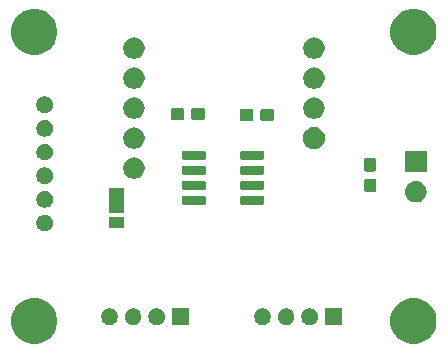
<source format=gbs>
G04 #@! TF.GenerationSoftware,KiCad,Pcbnew,(5.1.2)-1*
G04 #@! TF.CreationDate,2020-12-30T14:45:37+09:00*
G04 #@! TF.ProjectId,M5Atom_CAN,4d354174-6f6d-45f4-9341-4e2e6b696361,rev?*
G04 #@! TF.SameCoordinates,Original*
G04 #@! TF.FileFunction,Soldermask,Bot*
G04 #@! TF.FilePolarity,Negative*
%FSLAX46Y46*%
G04 Gerber Fmt 4.6, Leading zero omitted, Abs format (unit mm)*
G04 Created by KiCad (PCBNEW (5.1.2)-1) date 2020-12-30 14:45:37*
%MOMM*%
%LPD*%
G04 APERTURE LIST*
%ADD10C,0.100000*%
G04 APERTURE END LIST*
D10*
G36*
X166733085Y-134823975D02*
G01*
X167088143Y-134971045D01*
X167088145Y-134971046D01*
X167407690Y-135184559D01*
X167679441Y-135456310D01*
X167815501Y-135659939D01*
X167892955Y-135775857D01*
X168040025Y-136130915D01*
X168115000Y-136507842D01*
X168115000Y-136892158D01*
X168040025Y-137269085D01*
X167892955Y-137624143D01*
X167892954Y-137624145D01*
X167679441Y-137943690D01*
X167407690Y-138215441D01*
X167088145Y-138428954D01*
X167088144Y-138428955D01*
X167088143Y-138428955D01*
X166733085Y-138576025D01*
X166356158Y-138651000D01*
X165971842Y-138651000D01*
X165594915Y-138576025D01*
X165239857Y-138428955D01*
X165239856Y-138428955D01*
X165239855Y-138428954D01*
X164920310Y-138215441D01*
X164648559Y-137943690D01*
X164435046Y-137624145D01*
X164435045Y-137624143D01*
X164287975Y-137269085D01*
X164213000Y-136892158D01*
X164213000Y-136507842D01*
X164287975Y-136130915D01*
X164435045Y-135775857D01*
X164512499Y-135659939D01*
X164648559Y-135456310D01*
X164920310Y-135184559D01*
X165239855Y-134971046D01*
X165239857Y-134971045D01*
X165594915Y-134823975D01*
X165971842Y-134749000D01*
X166356158Y-134749000D01*
X166733085Y-134823975D01*
X166733085Y-134823975D01*
G37*
G36*
X134633085Y-134823975D02*
G01*
X134988143Y-134971045D01*
X134988145Y-134971046D01*
X135307690Y-135184559D01*
X135579441Y-135456310D01*
X135715501Y-135659939D01*
X135792955Y-135775857D01*
X135940025Y-136130915D01*
X136015000Y-136507842D01*
X136015000Y-136892158D01*
X135940025Y-137269085D01*
X135792955Y-137624143D01*
X135792954Y-137624145D01*
X135579441Y-137943690D01*
X135307690Y-138215441D01*
X134988145Y-138428954D01*
X134988144Y-138428955D01*
X134988143Y-138428955D01*
X134633085Y-138576025D01*
X134256158Y-138651000D01*
X133871842Y-138651000D01*
X133494915Y-138576025D01*
X133139857Y-138428955D01*
X133139856Y-138428955D01*
X133139855Y-138428954D01*
X132820310Y-138215441D01*
X132548559Y-137943690D01*
X132335046Y-137624145D01*
X132335045Y-137624143D01*
X132187975Y-137269085D01*
X132113000Y-136892158D01*
X132113000Y-136507842D01*
X132187975Y-136130915D01*
X132335045Y-135775857D01*
X132412499Y-135659939D01*
X132548559Y-135456310D01*
X132820310Y-135184559D01*
X133139855Y-134971046D01*
X133139857Y-134971045D01*
X133494915Y-134823975D01*
X133871842Y-134749000D01*
X134256158Y-134749000D01*
X134633085Y-134823975D01*
X134633085Y-134823975D01*
G37*
G36*
X155589473Y-135659938D02*
G01*
X155717049Y-135712782D01*
X155831859Y-135789495D01*
X155929505Y-135887141D01*
X156006218Y-136001951D01*
X156059062Y-136129527D01*
X156086000Y-136264956D01*
X156086000Y-136403044D01*
X156059062Y-136538473D01*
X156006218Y-136666049D01*
X155929505Y-136780859D01*
X155831859Y-136878505D01*
X155717049Y-136955218D01*
X155589473Y-137008062D01*
X155454044Y-137035000D01*
X155315956Y-137035000D01*
X155180527Y-137008062D01*
X155052951Y-136955218D01*
X154938141Y-136878505D01*
X154840495Y-136780859D01*
X154763782Y-136666049D01*
X154710938Y-136538473D01*
X154684000Y-136403044D01*
X154684000Y-136264956D01*
X154710938Y-136129527D01*
X154763782Y-136001951D01*
X154840495Y-135887141D01*
X154938141Y-135789495D01*
X155052951Y-135712782D01*
X155180527Y-135659938D01*
X155315956Y-135633000D01*
X155454044Y-135633000D01*
X155589473Y-135659938D01*
X155589473Y-135659938D01*
G37*
G36*
X157589473Y-135659938D02*
G01*
X157717049Y-135712782D01*
X157831859Y-135789495D01*
X157929505Y-135887141D01*
X158006218Y-136001951D01*
X158059062Y-136129527D01*
X158086000Y-136264956D01*
X158086000Y-136403044D01*
X158059062Y-136538473D01*
X158006218Y-136666049D01*
X157929505Y-136780859D01*
X157831859Y-136878505D01*
X157717049Y-136955218D01*
X157589473Y-137008062D01*
X157454044Y-137035000D01*
X157315956Y-137035000D01*
X157180527Y-137008062D01*
X157052951Y-136955218D01*
X156938141Y-136878505D01*
X156840495Y-136780859D01*
X156763782Y-136666049D01*
X156710938Y-136538473D01*
X156684000Y-136403044D01*
X156684000Y-136264956D01*
X156710938Y-136129527D01*
X156763782Y-136001951D01*
X156840495Y-135887141D01*
X156938141Y-135789495D01*
X157052951Y-135712782D01*
X157180527Y-135659938D01*
X157315956Y-135633000D01*
X157454044Y-135633000D01*
X157589473Y-135659938D01*
X157589473Y-135659938D01*
G37*
G36*
X160086000Y-137035000D02*
G01*
X158684000Y-137035000D01*
X158684000Y-135633000D01*
X160086000Y-135633000D01*
X160086000Y-137035000D01*
X160086000Y-137035000D01*
G37*
G36*
X140635473Y-135659938D02*
G01*
X140763049Y-135712782D01*
X140877859Y-135789495D01*
X140975505Y-135887141D01*
X141052218Y-136001951D01*
X141105062Y-136129527D01*
X141132000Y-136264956D01*
X141132000Y-136403044D01*
X141105062Y-136538473D01*
X141052218Y-136666049D01*
X140975505Y-136780859D01*
X140877859Y-136878505D01*
X140763049Y-136955218D01*
X140635473Y-137008062D01*
X140500044Y-137035000D01*
X140361956Y-137035000D01*
X140226527Y-137008062D01*
X140098951Y-136955218D01*
X139984141Y-136878505D01*
X139886495Y-136780859D01*
X139809782Y-136666049D01*
X139756938Y-136538473D01*
X139730000Y-136403044D01*
X139730000Y-136264956D01*
X139756938Y-136129527D01*
X139809782Y-136001951D01*
X139886495Y-135887141D01*
X139984141Y-135789495D01*
X140098951Y-135712782D01*
X140226527Y-135659938D01*
X140361956Y-135633000D01*
X140500044Y-135633000D01*
X140635473Y-135659938D01*
X140635473Y-135659938D01*
G37*
G36*
X142635473Y-135659938D02*
G01*
X142763049Y-135712782D01*
X142877859Y-135789495D01*
X142975505Y-135887141D01*
X143052218Y-136001951D01*
X143105062Y-136129527D01*
X143132000Y-136264956D01*
X143132000Y-136403044D01*
X143105062Y-136538473D01*
X143052218Y-136666049D01*
X142975505Y-136780859D01*
X142877859Y-136878505D01*
X142763049Y-136955218D01*
X142635473Y-137008062D01*
X142500044Y-137035000D01*
X142361956Y-137035000D01*
X142226527Y-137008062D01*
X142098951Y-136955218D01*
X141984141Y-136878505D01*
X141886495Y-136780859D01*
X141809782Y-136666049D01*
X141756938Y-136538473D01*
X141730000Y-136403044D01*
X141730000Y-136264956D01*
X141756938Y-136129527D01*
X141809782Y-136001951D01*
X141886495Y-135887141D01*
X141984141Y-135789495D01*
X142098951Y-135712782D01*
X142226527Y-135659938D01*
X142361956Y-135633000D01*
X142500044Y-135633000D01*
X142635473Y-135659938D01*
X142635473Y-135659938D01*
G37*
G36*
X144635473Y-135659938D02*
G01*
X144763049Y-135712782D01*
X144877859Y-135789495D01*
X144975505Y-135887141D01*
X145052218Y-136001951D01*
X145105062Y-136129527D01*
X145132000Y-136264956D01*
X145132000Y-136403044D01*
X145105062Y-136538473D01*
X145052218Y-136666049D01*
X144975505Y-136780859D01*
X144877859Y-136878505D01*
X144763049Y-136955218D01*
X144635473Y-137008062D01*
X144500044Y-137035000D01*
X144361956Y-137035000D01*
X144226527Y-137008062D01*
X144098951Y-136955218D01*
X143984141Y-136878505D01*
X143886495Y-136780859D01*
X143809782Y-136666049D01*
X143756938Y-136538473D01*
X143730000Y-136403044D01*
X143730000Y-136264956D01*
X143756938Y-136129527D01*
X143809782Y-136001951D01*
X143886495Y-135887141D01*
X143984141Y-135789495D01*
X144098951Y-135712782D01*
X144226527Y-135659938D01*
X144361956Y-135633000D01*
X144500044Y-135633000D01*
X144635473Y-135659938D01*
X144635473Y-135659938D01*
G37*
G36*
X147132000Y-137035000D02*
G01*
X145730000Y-137035000D01*
X145730000Y-135633000D01*
X147132000Y-135633000D01*
X147132000Y-137035000D01*
X147132000Y-137035000D01*
G37*
G36*
X153589473Y-135659938D02*
G01*
X153717049Y-135712782D01*
X153831859Y-135789495D01*
X153929505Y-135887141D01*
X154006218Y-136001951D01*
X154059062Y-136129527D01*
X154086000Y-136264956D01*
X154086000Y-136403044D01*
X154059062Y-136538473D01*
X154006218Y-136666049D01*
X153929505Y-136780859D01*
X153831859Y-136878505D01*
X153717049Y-136955218D01*
X153589473Y-137008062D01*
X153454044Y-137035000D01*
X153315956Y-137035000D01*
X153180527Y-137008062D01*
X153052951Y-136955218D01*
X152938141Y-136878505D01*
X152840495Y-136780859D01*
X152763782Y-136666049D01*
X152710938Y-136538473D01*
X152684000Y-136403044D01*
X152684000Y-136264956D01*
X152710938Y-136129527D01*
X152763782Y-136001951D01*
X152840495Y-135887141D01*
X152938141Y-135789495D01*
X153052951Y-135712782D01*
X153180527Y-135659938D01*
X153315956Y-135633000D01*
X153454044Y-135633000D01*
X153589473Y-135659938D01*
X153589473Y-135659938D01*
G37*
G36*
X135142473Y-127722938D02*
G01*
X135270049Y-127775782D01*
X135384859Y-127852495D01*
X135482505Y-127950141D01*
X135559218Y-128064951D01*
X135612062Y-128192527D01*
X135639000Y-128327956D01*
X135639000Y-128466044D01*
X135612062Y-128601473D01*
X135559218Y-128729049D01*
X135482505Y-128843859D01*
X135384859Y-128941505D01*
X135270049Y-129018218D01*
X135142473Y-129071062D01*
X135007044Y-129098000D01*
X134868956Y-129098000D01*
X134733527Y-129071062D01*
X134605951Y-129018218D01*
X134491141Y-128941505D01*
X134393495Y-128843859D01*
X134316782Y-128729049D01*
X134263938Y-128601473D01*
X134237000Y-128466044D01*
X134237000Y-128327956D01*
X134263938Y-128192527D01*
X134316782Y-128064951D01*
X134393495Y-127950141D01*
X134491141Y-127852495D01*
X134605951Y-127775782D01*
X134733527Y-127722938D01*
X134868956Y-127696000D01*
X135007044Y-127696000D01*
X135142473Y-127722938D01*
X135142473Y-127722938D01*
G37*
G36*
X141622000Y-128843000D02*
G01*
X140420000Y-128843000D01*
X140420000Y-127941000D01*
X141622000Y-127941000D01*
X141622000Y-128843000D01*
X141622000Y-128843000D01*
G37*
G36*
X141622000Y-127543000D02*
G01*
X140420000Y-127543000D01*
X140420000Y-125441000D01*
X141622000Y-125441000D01*
X141622000Y-127543000D01*
X141622000Y-127543000D01*
G37*
G36*
X135142473Y-125722938D02*
G01*
X135270049Y-125775782D01*
X135384859Y-125852495D01*
X135482505Y-125950141D01*
X135559218Y-126064951D01*
X135612062Y-126192527D01*
X135639000Y-126327956D01*
X135639000Y-126466044D01*
X135612062Y-126601473D01*
X135559218Y-126729049D01*
X135482505Y-126843859D01*
X135384859Y-126941505D01*
X135270049Y-127018218D01*
X135142473Y-127071062D01*
X135007044Y-127098000D01*
X134868956Y-127098000D01*
X134733527Y-127071062D01*
X134605951Y-127018218D01*
X134491141Y-126941505D01*
X134393495Y-126843859D01*
X134316782Y-126729049D01*
X134263938Y-126601473D01*
X134237000Y-126466044D01*
X134237000Y-126327956D01*
X134263938Y-126192527D01*
X134316782Y-126064951D01*
X134393495Y-125950141D01*
X134491141Y-125852495D01*
X134605951Y-125775782D01*
X134733527Y-125722938D01*
X134868956Y-125696000D01*
X135007044Y-125696000D01*
X135142473Y-125722938D01*
X135142473Y-125722938D01*
G37*
G36*
X153459928Y-126143764D02*
G01*
X153481009Y-126150160D01*
X153500445Y-126160548D01*
X153517476Y-126174524D01*
X153531452Y-126191555D01*
X153541840Y-126210991D01*
X153548236Y-126232072D01*
X153551000Y-126260140D01*
X153551000Y-126723860D01*
X153548236Y-126751928D01*
X153541840Y-126773009D01*
X153531452Y-126792445D01*
X153517476Y-126809476D01*
X153500445Y-126823452D01*
X153481009Y-126833840D01*
X153459928Y-126840236D01*
X153431860Y-126843000D01*
X151618140Y-126843000D01*
X151590072Y-126840236D01*
X151568991Y-126833840D01*
X151549555Y-126823452D01*
X151532524Y-126809476D01*
X151518548Y-126792445D01*
X151508160Y-126773009D01*
X151501764Y-126751928D01*
X151499000Y-126723860D01*
X151499000Y-126260140D01*
X151501764Y-126232072D01*
X151508160Y-126210991D01*
X151518548Y-126191555D01*
X151532524Y-126174524D01*
X151549555Y-126160548D01*
X151568991Y-126150160D01*
X151590072Y-126143764D01*
X151618140Y-126141000D01*
X153431860Y-126141000D01*
X153459928Y-126143764D01*
X153459928Y-126143764D01*
G37*
G36*
X148509928Y-126143764D02*
G01*
X148531009Y-126150160D01*
X148550445Y-126160548D01*
X148567476Y-126174524D01*
X148581452Y-126191555D01*
X148591840Y-126210991D01*
X148598236Y-126232072D01*
X148601000Y-126260140D01*
X148601000Y-126723860D01*
X148598236Y-126751928D01*
X148591840Y-126773009D01*
X148581452Y-126792445D01*
X148567476Y-126809476D01*
X148550445Y-126823452D01*
X148531009Y-126833840D01*
X148509928Y-126840236D01*
X148481860Y-126843000D01*
X146668140Y-126843000D01*
X146640072Y-126840236D01*
X146618991Y-126833840D01*
X146599555Y-126823452D01*
X146582524Y-126809476D01*
X146568548Y-126792445D01*
X146558160Y-126773009D01*
X146551764Y-126751928D01*
X146549000Y-126723860D01*
X146549000Y-126260140D01*
X146551764Y-126232072D01*
X146558160Y-126210991D01*
X146568548Y-126191555D01*
X146582524Y-126174524D01*
X146599555Y-126160548D01*
X146618991Y-126150160D01*
X146640072Y-126143764D01*
X146668140Y-126141000D01*
X148481860Y-126141000D01*
X148509928Y-126143764D01*
X148509928Y-126143764D01*
G37*
G36*
X166480443Y-124860519D02*
G01*
X166546627Y-124867037D01*
X166716466Y-124918557D01*
X166872991Y-125002222D01*
X166892482Y-125018218D01*
X167010186Y-125114814D01*
X167093448Y-125216271D01*
X167122778Y-125252009D01*
X167206443Y-125408534D01*
X167257963Y-125578373D01*
X167275359Y-125755000D01*
X167257963Y-125931627D01*
X167217519Y-126064952D01*
X167206442Y-126101468D01*
X167183834Y-126143764D01*
X167122778Y-126257991D01*
X167121014Y-126260140D01*
X167010186Y-126395186D01*
X166923846Y-126466042D01*
X166872991Y-126507778D01*
X166716466Y-126591443D01*
X166546627Y-126642963D01*
X166480443Y-126649481D01*
X166414260Y-126656000D01*
X166325740Y-126656000D01*
X166259557Y-126649481D01*
X166193373Y-126642963D01*
X166023534Y-126591443D01*
X165867009Y-126507778D01*
X165816154Y-126466042D01*
X165729814Y-126395186D01*
X165618986Y-126260140D01*
X165617222Y-126257991D01*
X165556166Y-126143764D01*
X165533558Y-126101468D01*
X165522481Y-126064952D01*
X165482037Y-125931627D01*
X165464641Y-125755000D01*
X165482037Y-125578373D01*
X165533557Y-125408534D01*
X165617222Y-125252009D01*
X165646552Y-125216271D01*
X165729814Y-125114814D01*
X165847518Y-125018218D01*
X165867009Y-125002222D01*
X166023534Y-124918557D01*
X166193373Y-124867037D01*
X166259557Y-124860519D01*
X166325740Y-124854000D01*
X166414260Y-124854000D01*
X166480443Y-124860519D01*
X166480443Y-124860519D01*
G37*
G36*
X162860499Y-124650445D02*
G01*
X162897995Y-124661820D01*
X162932554Y-124680292D01*
X162962847Y-124705153D01*
X162987708Y-124735446D01*
X163006180Y-124770005D01*
X163017555Y-124807501D01*
X163022000Y-124852638D01*
X163022000Y-125591362D01*
X163017555Y-125636499D01*
X163006180Y-125673995D01*
X162987708Y-125708554D01*
X162962847Y-125738847D01*
X162932554Y-125763708D01*
X162897995Y-125782180D01*
X162860499Y-125793555D01*
X162815362Y-125798000D01*
X162176638Y-125798000D01*
X162131501Y-125793555D01*
X162094005Y-125782180D01*
X162059446Y-125763708D01*
X162029153Y-125738847D01*
X162004292Y-125708554D01*
X161985820Y-125673995D01*
X161974445Y-125636499D01*
X161970000Y-125591362D01*
X161970000Y-124852638D01*
X161974445Y-124807501D01*
X161985820Y-124770005D01*
X162004292Y-124735446D01*
X162029153Y-124705153D01*
X162059446Y-124680292D01*
X162094005Y-124661820D01*
X162131501Y-124650445D01*
X162176638Y-124646000D01*
X162815362Y-124646000D01*
X162860499Y-124650445D01*
X162860499Y-124650445D01*
G37*
G36*
X148509928Y-124873764D02*
G01*
X148531009Y-124880160D01*
X148550445Y-124890548D01*
X148567476Y-124904524D01*
X148581452Y-124921555D01*
X148591840Y-124940991D01*
X148598236Y-124962072D01*
X148601000Y-124990140D01*
X148601000Y-125453860D01*
X148598236Y-125481928D01*
X148591840Y-125503009D01*
X148581452Y-125522445D01*
X148567476Y-125539476D01*
X148550445Y-125553452D01*
X148531009Y-125563840D01*
X148509928Y-125570236D01*
X148481860Y-125573000D01*
X146668140Y-125573000D01*
X146640072Y-125570236D01*
X146618991Y-125563840D01*
X146599555Y-125553452D01*
X146582524Y-125539476D01*
X146568548Y-125522445D01*
X146558160Y-125503009D01*
X146551764Y-125481928D01*
X146549000Y-125453860D01*
X146549000Y-124990140D01*
X146551764Y-124962072D01*
X146558160Y-124940991D01*
X146568548Y-124921555D01*
X146582524Y-124904524D01*
X146599555Y-124890548D01*
X146618991Y-124880160D01*
X146640072Y-124873764D01*
X146668140Y-124871000D01*
X148481860Y-124871000D01*
X148509928Y-124873764D01*
X148509928Y-124873764D01*
G37*
G36*
X153459928Y-124873764D02*
G01*
X153481009Y-124880160D01*
X153500445Y-124890548D01*
X153517476Y-124904524D01*
X153531452Y-124921555D01*
X153541840Y-124940991D01*
X153548236Y-124962072D01*
X153551000Y-124990140D01*
X153551000Y-125453860D01*
X153548236Y-125481928D01*
X153541840Y-125503009D01*
X153531452Y-125522445D01*
X153517476Y-125539476D01*
X153500445Y-125553452D01*
X153481009Y-125563840D01*
X153459928Y-125570236D01*
X153431860Y-125573000D01*
X151618140Y-125573000D01*
X151590072Y-125570236D01*
X151568991Y-125563840D01*
X151549555Y-125553452D01*
X151532524Y-125539476D01*
X151518548Y-125522445D01*
X151508160Y-125503009D01*
X151501764Y-125481928D01*
X151499000Y-125453860D01*
X151499000Y-124990140D01*
X151501764Y-124962072D01*
X151508160Y-124940991D01*
X151518548Y-124921555D01*
X151532524Y-124904524D01*
X151549555Y-124890548D01*
X151568991Y-124880160D01*
X151590072Y-124873764D01*
X151618140Y-124871000D01*
X153431860Y-124871000D01*
X153459928Y-124873764D01*
X153459928Y-124873764D01*
G37*
G36*
X135142473Y-123722938D02*
G01*
X135270049Y-123775782D01*
X135384859Y-123852495D01*
X135482505Y-123950141D01*
X135559218Y-124064951D01*
X135612062Y-124192527D01*
X135639000Y-124327956D01*
X135639000Y-124466044D01*
X135612062Y-124601473D01*
X135559218Y-124729049D01*
X135482505Y-124843859D01*
X135384859Y-124941505D01*
X135270049Y-125018218D01*
X135142473Y-125071062D01*
X135007044Y-125098000D01*
X134868956Y-125098000D01*
X134733527Y-125071062D01*
X134605951Y-125018218D01*
X134491141Y-124941505D01*
X134393495Y-124843859D01*
X134316782Y-124729049D01*
X134263938Y-124601473D01*
X134237000Y-124466044D01*
X134237000Y-124327956D01*
X134263938Y-124192527D01*
X134316782Y-124064951D01*
X134393495Y-123950141D01*
X134491141Y-123852495D01*
X134605951Y-123775782D01*
X134733527Y-123722938D01*
X134868956Y-123696000D01*
X135007044Y-123696000D01*
X135142473Y-123722938D01*
X135142473Y-123722938D01*
G37*
G36*
X142607512Y-122865927D02*
G01*
X142756812Y-122895624D01*
X142920784Y-122963544D01*
X143068354Y-123062147D01*
X143193853Y-123187646D01*
X143292456Y-123335216D01*
X143360376Y-123499188D01*
X143395000Y-123673259D01*
X143395000Y-123850741D01*
X143360376Y-124024812D01*
X143292456Y-124188784D01*
X143193853Y-124336354D01*
X143068354Y-124461853D01*
X142920784Y-124560456D01*
X142756812Y-124628376D01*
X142607512Y-124658073D01*
X142582742Y-124663000D01*
X142405258Y-124663000D01*
X142380488Y-124658073D01*
X142231188Y-124628376D01*
X142067216Y-124560456D01*
X141919646Y-124461853D01*
X141794147Y-124336354D01*
X141695544Y-124188784D01*
X141627624Y-124024812D01*
X141593000Y-123850741D01*
X141593000Y-123673259D01*
X141627624Y-123499188D01*
X141695544Y-123335216D01*
X141794147Y-123187646D01*
X141919646Y-123062147D01*
X142067216Y-122963544D01*
X142231188Y-122895624D01*
X142380488Y-122865927D01*
X142405258Y-122861000D01*
X142582742Y-122861000D01*
X142607512Y-122865927D01*
X142607512Y-122865927D01*
G37*
G36*
X153459928Y-123603764D02*
G01*
X153481009Y-123610160D01*
X153500445Y-123620548D01*
X153517476Y-123634524D01*
X153531452Y-123651555D01*
X153541840Y-123670991D01*
X153548236Y-123692072D01*
X153551000Y-123720140D01*
X153551000Y-124183860D01*
X153548236Y-124211928D01*
X153541840Y-124233009D01*
X153531452Y-124252445D01*
X153517476Y-124269476D01*
X153500445Y-124283452D01*
X153481009Y-124293840D01*
X153459928Y-124300236D01*
X153431860Y-124303000D01*
X151618140Y-124303000D01*
X151590072Y-124300236D01*
X151568991Y-124293840D01*
X151549555Y-124283452D01*
X151532524Y-124269476D01*
X151518548Y-124252445D01*
X151508160Y-124233009D01*
X151501764Y-124211928D01*
X151499000Y-124183860D01*
X151499000Y-123720140D01*
X151501764Y-123692072D01*
X151508160Y-123670991D01*
X151518548Y-123651555D01*
X151532524Y-123634524D01*
X151549555Y-123620548D01*
X151568991Y-123610160D01*
X151590072Y-123603764D01*
X151618140Y-123601000D01*
X153431860Y-123601000D01*
X153459928Y-123603764D01*
X153459928Y-123603764D01*
G37*
G36*
X148509928Y-123603764D02*
G01*
X148531009Y-123610160D01*
X148550445Y-123620548D01*
X148567476Y-123634524D01*
X148581452Y-123651555D01*
X148591840Y-123670991D01*
X148598236Y-123692072D01*
X148601000Y-123720140D01*
X148601000Y-124183860D01*
X148598236Y-124211928D01*
X148591840Y-124233009D01*
X148581452Y-124252445D01*
X148567476Y-124269476D01*
X148550445Y-124283452D01*
X148531009Y-124293840D01*
X148509928Y-124300236D01*
X148481860Y-124303000D01*
X146668140Y-124303000D01*
X146640072Y-124300236D01*
X146618991Y-124293840D01*
X146599555Y-124283452D01*
X146582524Y-124269476D01*
X146568548Y-124252445D01*
X146558160Y-124233009D01*
X146551764Y-124211928D01*
X146549000Y-124183860D01*
X146549000Y-123720140D01*
X146551764Y-123692072D01*
X146558160Y-123670991D01*
X146568548Y-123651555D01*
X146582524Y-123634524D01*
X146599555Y-123620548D01*
X146618991Y-123610160D01*
X146640072Y-123603764D01*
X146668140Y-123601000D01*
X148481860Y-123601000D01*
X148509928Y-123603764D01*
X148509928Y-123603764D01*
G37*
G36*
X167271000Y-124116000D02*
G01*
X165469000Y-124116000D01*
X165469000Y-122314000D01*
X167271000Y-122314000D01*
X167271000Y-124116000D01*
X167271000Y-124116000D01*
G37*
G36*
X162860499Y-122900445D02*
G01*
X162897995Y-122911820D01*
X162932554Y-122930292D01*
X162962847Y-122955153D01*
X162987708Y-122985446D01*
X163006180Y-123020005D01*
X163017555Y-123057501D01*
X163022000Y-123102638D01*
X163022000Y-123841362D01*
X163017555Y-123886499D01*
X163006180Y-123923995D01*
X162987708Y-123958554D01*
X162962847Y-123988847D01*
X162932554Y-124013708D01*
X162897995Y-124032180D01*
X162860499Y-124043555D01*
X162815362Y-124048000D01*
X162176638Y-124048000D01*
X162131501Y-124043555D01*
X162094005Y-124032180D01*
X162059446Y-124013708D01*
X162029153Y-123988847D01*
X162004292Y-123958554D01*
X161985820Y-123923995D01*
X161974445Y-123886499D01*
X161970000Y-123841362D01*
X161970000Y-123102638D01*
X161974445Y-123057501D01*
X161985820Y-123020005D01*
X162004292Y-122985446D01*
X162029153Y-122955153D01*
X162059446Y-122930292D01*
X162094005Y-122911820D01*
X162131501Y-122900445D01*
X162176638Y-122896000D01*
X162815362Y-122896000D01*
X162860499Y-122900445D01*
X162860499Y-122900445D01*
G37*
G36*
X135142473Y-121722938D02*
G01*
X135270049Y-121775782D01*
X135384859Y-121852495D01*
X135482505Y-121950141D01*
X135559218Y-122064951D01*
X135612062Y-122192527D01*
X135639000Y-122327956D01*
X135639000Y-122466044D01*
X135612062Y-122601473D01*
X135559218Y-122729049D01*
X135482505Y-122843859D01*
X135384859Y-122941505D01*
X135270049Y-123018218D01*
X135142473Y-123071062D01*
X135007044Y-123098000D01*
X134868956Y-123098000D01*
X134733527Y-123071062D01*
X134605951Y-123018218D01*
X134491141Y-122941505D01*
X134393495Y-122843859D01*
X134316782Y-122729049D01*
X134263938Y-122601473D01*
X134237000Y-122466044D01*
X134237000Y-122327956D01*
X134263938Y-122192527D01*
X134316782Y-122064951D01*
X134393495Y-121950141D01*
X134491141Y-121852495D01*
X134605951Y-121775782D01*
X134733527Y-121722938D01*
X134868956Y-121696000D01*
X135007044Y-121696000D01*
X135142473Y-121722938D01*
X135142473Y-121722938D01*
G37*
G36*
X148509928Y-122333764D02*
G01*
X148531009Y-122340160D01*
X148550445Y-122350548D01*
X148567476Y-122364524D01*
X148581452Y-122381555D01*
X148591840Y-122400991D01*
X148598236Y-122422072D01*
X148601000Y-122450140D01*
X148601000Y-122913860D01*
X148598236Y-122941928D01*
X148591840Y-122963009D01*
X148581452Y-122982445D01*
X148567476Y-122999476D01*
X148550445Y-123013452D01*
X148531009Y-123023840D01*
X148509928Y-123030236D01*
X148481860Y-123033000D01*
X146668140Y-123033000D01*
X146640072Y-123030236D01*
X146618991Y-123023840D01*
X146599555Y-123013452D01*
X146582524Y-122999476D01*
X146568548Y-122982445D01*
X146558160Y-122963009D01*
X146551764Y-122941928D01*
X146549000Y-122913860D01*
X146549000Y-122450140D01*
X146551764Y-122422072D01*
X146558160Y-122400991D01*
X146568548Y-122381555D01*
X146582524Y-122364524D01*
X146599555Y-122350548D01*
X146618991Y-122340160D01*
X146640072Y-122333764D01*
X146668140Y-122331000D01*
X148481860Y-122331000D01*
X148509928Y-122333764D01*
X148509928Y-122333764D01*
G37*
G36*
X153459928Y-122333764D02*
G01*
X153481009Y-122340160D01*
X153500445Y-122350548D01*
X153517476Y-122364524D01*
X153531452Y-122381555D01*
X153541840Y-122400991D01*
X153548236Y-122422072D01*
X153551000Y-122450140D01*
X153551000Y-122913860D01*
X153548236Y-122941928D01*
X153541840Y-122963009D01*
X153531452Y-122982445D01*
X153517476Y-122999476D01*
X153500445Y-123013452D01*
X153481009Y-123023840D01*
X153459928Y-123030236D01*
X153431860Y-123033000D01*
X151618140Y-123033000D01*
X151590072Y-123030236D01*
X151568991Y-123023840D01*
X151549555Y-123013452D01*
X151532524Y-122999476D01*
X151518548Y-122982445D01*
X151508160Y-122963009D01*
X151501764Y-122941928D01*
X151499000Y-122913860D01*
X151499000Y-122450140D01*
X151501764Y-122422072D01*
X151508160Y-122400991D01*
X151518548Y-122381555D01*
X151532524Y-122364524D01*
X151549555Y-122350548D01*
X151568991Y-122340160D01*
X151590072Y-122333764D01*
X151618140Y-122331000D01*
X153431860Y-122331000D01*
X153459928Y-122333764D01*
X153459928Y-122333764D01*
G37*
G36*
X158007925Y-120318988D02*
G01*
X158178829Y-120389779D01*
X158178831Y-120389780D01*
X158229362Y-120423544D01*
X158332641Y-120492553D01*
X158463447Y-120623359D01*
X158566221Y-120777171D01*
X158637012Y-120948075D01*
X158673100Y-121129505D01*
X158673100Y-121314495D01*
X158637012Y-121495925D01*
X158566221Y-121666829D01*
X158566220Y-121666831D01*
X158463447Y-121820641D01*
X158332641Y-121951447D01*
X158178831Y-122054220D01*
X158178830Y-122054221D01*
X158178829Y-122054221D01*
X158007925Y-122125012D01*
X157826495Y-122161100D01*
X157641505Y-122161100D01*
X157460075Y-122125012D01*
X157289171Y-122054221D01*
X157289170Y-122054221D01*
X157289169Y-122054220D01*
X157135359Y-121951447D01*
X157004553Y-121820641D01*
X156901780Y-121666831D01*
X156901779Y-121666829D01*
X156830988Y-121495925D01*
X156794900Y-121314495D01*
X156794900Y-121129505D01*
X156830988Y-120948075D01*
X156901779Y-120777171D01*
X157004553Y-120623359D01*
X157135359Y-120492553D01*
X157238638Y-120423544D01*
X157289169Y-120389780D01*
X157289171Y-120389779D01*
X157460075Y-120318988D01*
X157641505Y-120282900D01*
X157826495Y-120282900D01*
X158007925Y-120318988D01*
X158007925Y-120318988D01*
G37*
G36*
X142607512Y-120325927D02*
G01*
X142756812Y-120355624D01*
X142920784Y-120423544D01*
X143068354Y-120522147D01*
X143193853Y-120647646D01*
X143292456Y-120795216D01*
X143360376Y-120959188D01*
X143395000Y-121133259D01*
X143395000Y-121310741D01*
X143360376Y-121484812D01*
X143292456Y-121648784D01*
X143193853Y-121796354D01*
X143068354Y-121921853D01*
X142920784Y-122020456D01*
X142756812Y-122088376D01*
X142607512Y-122118073D01*
X142582742Y-122123000D01*
X142405258Y-122123000D01*
X142380488Y-122118073D01*
X142231188Y-122088376D01*
X142067216Y-122020456D01*
X141919646Y-121921853D01*
X141794147Y-121796354D01*
X141695544Y-121648784D01*
X141627624Y-121484812D01*
X141593000Y-121310741D01*
X141593000Y-121133259D01*
X141627624Y-120959188D01*
X141695544Y-120795216D01*
X141794147Y-120647646D01*
X141919646Y-120522147D01*
X142067216Y-120423544D01*
X142231188Y-120355624D01*
X142380488Y-120325927D01*
X142405258Y-120321000D01*
X142582742Y-120321000D01*
X142607512Y-120325927D01*
X142607512Y-120325927D01*
G37*
G36*
X135142473Y-119722938D02*
G01*
X135270049Y-119775782D01*
X135384859Y-119852495D01*
X135482505Y-119950141D01*
X135559218Y-120064951D01*
X135612062Y-120192527D01*
X135639000Y-120327956D01*
X135639000Y-120466044D01*
X135612062Y-120601473D01*
X135559218Y-120729049D01*
X135482505Y-120843859D01*
X135384859Y-120941505D01*
X135270049Y-121018218D01*
X135142473Y-121071062D01*
X135007044Y-121098000D01*
X134868956Y-121098000D01*
X134733527Y-121071062D01*
X134605951Y-121018218D01*
X134491141Y-120941505D01*
X134393495Y-120843859D01*
X134316782Y-120729049D01*
X134263938Y-120601473D01*
X134237000Y-120466044D01*
X134237000Y-120327956D01*
X134263938Y-120192527D01*
X134316782Y-120064951D01*
X134393495Y-119950141D01*
X134491141Y-119852495D01*
X134605951Y-119775782D01*
X134733527Y-119722938D01*
X134868956Y-119696000D01*
X135007044Y-119696000D01*
X135142473Y-119722938D01*
X135142473Y-119722938D01*
G37*
G36*
X152447499Y-118731445D02*
G01*
X152484995Y-118742820D01*
X152519554Y-118761292D01*
X152549847Y-118786153D01*
X152574708Y-118816446D01*
X152593180Y-118851005D01*
X152604555Y-118888501D01*
X152609000Y-118933638D01*
X152609000Y-119572362D01*
X152604555Y-119617499D01*
X152593180Y-119654995D01*
X152574708Y-119689554D01*
X152549847Y-119719847D01*
X152519554Y-119744708D01*
X152484995Y-119763180D01*
X152447499Y-119774555D01*
X152402362Y-119779000D01*
X151663638Y-119779000D01*
X151618501Y-119774555D01*
X151581005Y-119763180D01*
X151546446Y-119744708D01*
X151516153Y-119719847D01*
X151491292Y-119689554D01*
X151472820Y-119654995D01*
X151461445Y-119617499D01*
X151457000Y-119572362D01*
X151457000Y-118933638D01*
X151461445Y-118888501D01*
X151472820Y-118851005D01*
X151491292Y-118816446D01*
X151516153Y-118786153D01*
X151546446Y-118761292D01*
X151581005Y-118742820D01*
X151618501Y-118731445D01*
X151663638Y-118727000D01*
X152402362Y-118727000D01*
X152447499Y-118731445D01*
X152447499Y-118731445D01*
G37*
G36*
X154197499Y-118731445D02*
G01*
X154234995Y-118742820D01*
X154269554Y-118761292D01*
X154299847Y-118786153D01*
X154324708Y-118816446D01*
X154343180Y-118851005D01*
X154354555Y-118888501D01*
X154359000Y-118933638D01*
X154359000Y-119572362D01*
X154354555Y-119617499D01*
X154343180Y-119654995D01*
X154324708Y-119689554D01*
X154299847Y-119719847D01*
X154269554Y-119744708D01*
X154234995Y-119763180D01*
X154197499Y-119774555D01*
X154152362Y-119779000D01*
X153413638Y-119779000D01*
X153368501Y-119774555D01*
X153331005Y-119763180D01*
X153296446Y-119744708D01*
X153266153Y-119719847D01*
X153241292Y-119689554D01*
X153222820Y-119654995D01*
X153211445Y-119617499D01*
X153207000Y-119572362D01*
X153207000Y-118933638D01*
X153211445Y-118888501D01*
X153222820Y-118851005D01*
X153241292Y-118816446D01*
X153266153Y-118786153D01*
X153296446Y-118761292D01*
X153331005Y-118742820D01*
X153368501Y-118731445D01*
X153413638Y-118727000D01*
X154152362Y-118727000D01*
X154197499Y-118731445D01*
X154197499Y-118731445D01*
G37*
G36*
X148341499Y-118668445D02*
G01*
X148378995Y-118679820D01*
X148413554Y-118698292D01*
X148443847Y-118723153D01*
X148468708Y-118753446D01*
X148487180Y-118788005D01*
X148498555Y-118825501D01*
X148503000Y-118870638D01*
X148503000Y-119509362D01*
X148498555Y-119554499D01*
X148487180Y-119591995D01*
X148468708Y-119626554D01*
X148443847Y-119656847D01*
X148413554Y-119681708D01*
X148378995Y-119700180D01*
X148341499Y-119711555D01*
X148296362Y-119716000D01*
X147557638Y-119716000D01*
X147512501Y-119711555D01*
X147475005Y-119700180D01*
X147440446Y-119681708D01*
X147410153Y-119656847D01*
X147385292Y-119626554D01*
X147366820Y-119591995D01*
X147355445Y-119554499D01*
X147351000Y-119509362D01*
X147351000Y-118870638D01*
X147355445Y-118825501D01*
X147366820Y-118788005D01*
X147385292Y-118753446D01*
X147410153Y-118723153D01*
X147440446Y-118698292D01*
X147475005Y-118679820D01*
X147512501Y-118668445D01*
X147557638Y-118664000D01*
X148296362Y-118664000D01*
X148341499Y-118668445D01*
X148341499Y-118668445D01*
G37*
G36*
X146591499Y-118668445D02*
G01*
X146628995Y-118679820D01*
X146663554Y-118698292D01*
X146693847Y-118723153D01*
X146718708Y-118753446D01*
X146737180Y-118788005D01*
X146748555Y-118825501D01*
X146753000Y-118870638D01*
X146753000Y-119509362D01*
X146748555Y-119554499D01*
X146737180Y-119591995D01*
X146718708Y-119626554D01*
X146693847Y-119656847D01*
X146663554Y-119681708D01*
X146628995Y-119700180D01*
X146591499Y-119711555D01*
X146546362Y-119716000D01*
X145807638Y-119716000D01*
X145762501Y-119711555D01*
X145725005Y-119700180D01*
X145690446Y-119681708D01*
X145660153Y-119656847D01*
X145635292Y-119626554D01*
X145616820Y-119591995D01*
X145605445Y-119554499D01*
X145601000Y-119509362D01*
X145601000Y-118870638D01*
X145605445Y-118825501D01*
X145616820Y-118788005D01*
X145635292Y-118753446D01*
X145660153Y-118723153D01*
X145690446Y-118698292D01*
X145725005Y-118679820D01*
X145762501Y-118668445D01*
X145807638Y-118664000D01*
X146546362Y-118664000D01*
X146591499Y-118668445D01*
X146591499Y-118668445D01*
G37*
G36*
X157847512Y-117785927D02*
G01*
X157996812Y-117815624D01*
X158160784Y-117883544D01*
X158308354Y-117982147D01*
X158433853Y-118107646D01*
X158532456Y-118255216D01*
X158600376Y-118419188D01*
X158630073Y-118568488D01*
X158635000Y-118593258D01*
X158635000Y-118770742D01*
X158631566Y-118788005D01*
X158600376Y-118944812D01*
X158532456Y-119108784D01*
X158433853Y-119256354D01*
X158308354Y-119381853D01*
X158160784Y-119480456D01*
X157996812Y-119548376D01*
X157847512Y-119578073D01*
X157822742Y-119583000D01*
X157645258Y-119583000D01*
X157620488Y-119578073D01*
X157471188Y-119548376D01*
X157307216Y-119480456D01*
X157159646Y-119381853D01*
X157034147Y-119256354D01*
X156935544Y-119108784D01*
X156867624Y-118944812D01*
X156836434Y-118788005D01*
X156833000Y-118770742D01*
X156833000Y-118593258D01*
X156837927Y-118568488D01*
X156867624Y-118419188D01*
X156935544Y-118255216D01*
X157034147Y-118107646D01*
X157159646Y-117982147D01*
X157307216Y-117883544D01*
X157471188Y-117815624D01*
X157620488Y-117785927D01*
X157645258Y-117781000D01*
X157822742Y-117781000D01*
X157847512Y-117785927D01*
X157847512Y-117785927D01*
G37*
G36*
X142607512Y-117785927D02*
G01*
X142756812Y-117815624D01*
X142920784Y-117883544D01*
X143068354Y-117982147D01*
X143193853Y-118107646D01*
X143292456Y-118255216D01*
X143360376Y-118419188D01*
X143390073Y-118568488D01*
X143395000Y-118593258D01*
X143395000Y-118770742D01*
X143391566Y-118788005D01*
X143360376Y-118944812D01*
X143292456Y-119108784D01*
X143193853Y-119256354D01*
X143068354Y-119381853D01*
X142920784Y-119480456D01*
X142756812Y-119548376D01*
X142607512Y-119578073D01*
X142582742Y-119583000D01*
X142405258Y-119583000D01*
X142380488Y-119578073D01*
X142231188Y-119548376D01*
X142067216Y-119480456D01*
X141919646Y-119381853D01*
X141794147Y-119256354D01*
X141695544Y-119108784D01*
X141627624Y-118944812D01*
X141596434Y-118788005D01*
X141593000Y-118770742D01*
X141593000Y-118593258D01*
X141597927Y-118568488D01*
X141627624Y-118419188D01*
X141695544Y-118255216D01*
X141794147Y-118107646D01*
X141919646Y-117982147D01*
X142067216Y-117883544D01*
X142231188Y-117815624D01*
X142380488Y-117785927D01*
X142405258Y-117781000D01*
X142582742Y-117781000D01*
X142607512Y-117785927D01*
X142607512Y-117785927D01*
G37*
G36*
X135142473Y-117722938D02*
G01*
X135270049Y-117775782D01*
X135384859Y-117852495D01*
X135482505Y-117950141D01*
X135559218Y-118064951D01*
X135612062Y-118192527D01*
X135639000Y-118327956D01*
X135639000Y-118466044D01*
X135612062Y-118601473D01*
X135559218Y-118729049D01*
X135482505Y-118843859D01*
X135384859Y-118941505D01*
X135270049Y-119018218D01*
X135142473Y-119071062D01*
X135007044Y-119098000D01*
X134868956Y-119098000D01*
X134733527Y-119071062D01*
X134605951Y-119018218D01*
X134491141Y-118941505D01*
X134393495Y-118843859D01*
X134316782Y-118729049D01*
X134263938Y-118601473D01*
X134237000Y-118466044D01*
X134237000Y-118327956D01*
X134263938Y-118192527D01*
X134316782Y-118064951D01*
X134393495Y-117950141D01*
X134491141Y-117852495D01*
X134605951Y-117775782D01*
X134733527Y-117722938D01*
X134868956Y-117696000D01*
X135007044Y-117696000D01*
X135142473Y-117722938D01*
X135142473Y-117722938D01*
G37*
G36*
X157847512Y-115245927D02*
G01*
X157996812Y-115275624D01*
X158160784Y-115343544D01*
X158308354Y-115442147D01*
X158433853Y-115567646D01*
X158532456Y-115715216D01*
X158600376Y-115879188D01*
X158635000Y-116053259D01*
X158635000Y-116230741D01*
X158600376Y-116404812D01*
X158532456Y-116568784D01*
X158433853Y-116716354D01*
X158308354Y-116841853D01*
X158160784Y-116940456D01*
X157996812Y-117008376D01*
X157847512Y-117038073D01*
X157822742Y-117043000D01*
X157645258Y-117043000D01*
X157620488Y-117038073D01*
X157471188Y-117008376D01*
X157307216Y-116940456D01*
X157159646Y-116841853D01*
X157034147Y-116716354D01*
X156935544Y-116568784D01*
X156867624Y-116404812D01*
X156833000Y-116230741D01*
X156833000Y-116053259D01*
X156867624Y-115879188D01*
X156935544Y-115715216D01*
X157034147Y-115567646D01*
X157159646Y-115442147D01*
X157307216Y-115343544D01*
X157471188Y-115275624D01*
X157620488Y-115245927D01*
X157645258Y-115241000D01*
X157822742Y-115241000D01*
X157847512Y-115245927D01*
X157847512Y-115245927D01*
G37*
G36*
X142607512Y-115245927D02*
G01*
X142756812Y-115275624D01*
X142920784Y-115343544D01*
X143068354Y-115442147D01*
X143193853Y-115567646D01*
X143292456Y-115715216D01*
X143360376Y-115879188D01*
X143395000Y-116053259D01*
X143395000Y-116230741D01*
X143360376Y-116404812D01*
X143292456Y-116568784D01*
X143193853Y-116716354D01*
X143068354Y-116841853D01*
X142920784Y-116940456D01*
X142756812Y-117008376D01*
X142607512Y-117038073D01*
X142582742Y-117043000D01*
X142405258Y-117043000D01*
X142380488Y-117038073D01*
X142231188Y-117008376D01*
X142067216Y-116940456D01*
X141919646Y-116841853D01*
X141794147Y-116716354D01*
X141695544Y-116568784D01*
X141627624Y-116404812D01*
X141593000Y-116230741D01*
X141593000Y-116053259D01*
X141627624Y-115879188D01*
X141695544Y-115715216D01*
X141794147Y-115567646D01*
X141919646Y-115442147D01*
X142067216Y-115343544D01*
X142231188Y-115275624D01*
X142380488Y-115245927D01*
X142405258Y-115241000D01*
X142582742Y-115241000D01*
X142607512Y-115245927D01*
X142607512Y-115245927D01*
G37*
G36*
X142607512Y-112705927D02*
G01*
X142756812Y-112735624D01*
X142920784Y-112803544D01*
X143068354Y-112902147D01*
X143193853Y-113027646D01*
X143292456Y-113175216D01*
X143360376Y-113339188D01*
X143395000Y-113513259D01*
X143395000Y-113690741D01*
X143360376Y-113864812D01*
X143292456Y-114028784D01*
X143193853Y-114176354D01*
X143068354Y-114301853D01*
X142920784Y-114400456D01*
X142756812Y-114468376D01*
X142607512Y-114498073D01*
X142582742Y-114503000D01*
X142405258Y-114503000D01*
X142380488Y-114498073D01*
X142231188Y-114468376D01*
X142067216Y-114400456D01*
X141919646Y-114301853D01*
X141794147Y-114176354D01*
X141695544Y-114028784D01*
X141627624Y-113864812D01*
X141593000Y-113690741D01*
X141593000Y-113513259D01*
X141627624Y-113339188D01*
X141695544Y-113175216D01*
X141794147Y-113027646D01*
X141919646Y-112902147D01*
X142067216Y-112803544D01*
X142231188Y-112735624D01*
X142380488Y-112705927D01*
X142405258Y-112701000D01*
X142582742Y-112701000D01*
X142607512Y-112705927D01*
X142607512Y-112705927D01*
G37*
G36*
X157847512Y-112705927D02*
G01*
X157996812Y-112735624D01*
X158160784Y-112803544D01*
X158308354Y-112902147D01*
X158433853Y-113027646D01*
X158532456Y-113175216D01*
X158600376Y-113339188D01*
X158635000Y-113513259D01*
X158635000Y-113690741D01*
X158600376Y-113864812D01*
X158532456Y-114028784D01*
X158433853Y-114176354D01*
X158308354Y-114301853D01*
X158160784Y-114400456D01*
X157996812Y-114468376D01*
X157847512Y-114498073D01*
X157822742Y-114503000D01*
X157645258Y-114503000D01*
X157620488Y-114498073D01*
X157471188Y-114468376D01*
X157307216Y-114400456D01*
X157159646Y-114301853D01*
X157034147Y-114176354D01*
X156935544Y-114028784D01*
X156867624Y-113864812D01*
X156833000Y-113690741D01*
X156833000Y-113513259D01*
X156867624Y-113339188D01*
X156935544Y-113175216D01*
X157034147Y-113027646D01*
X157159646Y-112902147D01*
X157307216Y-112803544D01*
X157471188Y-112735624D01*
X157620488Y-112705927D01*
X157645258Y-112701000D01*
X157822742Y-112701000D01*
X157847512Y-112705927D01*
X157847512Y-112705927D01*
G37*
G36*
X166733085Y-110343975D02*
G01*
X167088143Y-110491045D01*
X167088145Y-110491046D01*
X167407690Y-110704559D01*
X167679441Y-110976310D01*
X167892954Y-111295855D01*
X167892955Y-111295857D01*
X168040025Y-111650915D01*
X168115000Y-112027842D01*
X168115000Y-112412158D01*
X168040025Y-112789085D01*
X167941209Y-113027647D01*
X167892954Y-113144145D01*
X167679441Y-113463690D01*
X167407690Y-113735441D01*
X167088145Y-113948954D01*
X167088144Y-113948955D01*
X167088143Y-113948955D01*
X166733085Y-114096025D01*
X166356158Y-114171000D01*
X165971842Y-114171000D01*
X165594915Y-114096025D01*
X165239857Y-113948955D01*
X165239856Y-113948955D01*
X165239855Y-113948954D01*
X164920310Y-113735441D01*
X164648559Y-113463690D01*
X164435046Y-113144145D01*
X164386791Y-113027647D01*
X164287975Y-112789085D01*
X164213000Y-112412158D01*
X164213000Y-112027842D01*
X164287975Y-111650915D01*
X164435045Y-111295857D01*
X164435046Y-111295855D01*
X164648559Y-110976310D01*
X164920310Y-110704559D01*
X165239855Y-110491046D01*
X165239857Y-110491045D01*
X165594915Y-110343975D01*
X165971842Y-110269000D01*
X166356158Y-110269000D01*
X166733085Y-110343975D01*
X166733085Y-110343975D01*
G37*
G36*
X134633085Y-110343975D02*
G01*
X134988143Y-110491045D01*
X134988145Y-110491046D01*
X135307690Y-110704559D01*
X135579441Y-110976310D01*
X135792954Y-111295855D01*
X135792955Y-111295857D01*
X135940025Y-111650915D01*
X136015000Y-112027842D01*
X136015000Y-112412158D01*
X135940025Y-112789085D01*
X135841209Y-113027647D01*
X135792954Y-113144145D01*
X135579441Y-113463690D01*
X135307690Y-113735441D01*
X134988145Y-113948954D01*
X134988144Y-113948955D01*
X134988143Y-113948955D01*
X134633085Y-114096025D01*
X134256158Y-114171000D01*
X133871842Y-114171000D01*
X133494915Y-114096025D01*
X133139857Y-113948955D01*
X133139856Y-113948955D01*
X133139855Y-113948954D01*
X132820310Y-113735441D01*
X132548559Y-113463690D01*
X132335046Y-113144145D01*
X132286791Y-113027647D01*
X132187975Y-112789085D01*
X132113000Y-112412158D01*
X132113000Y-112027842D01*
X132187975Y-111650915D01*
X132335045Y-111295857D01*
X132335046Y-111295855D01*
X132548559Y-110976310D01*
X132820310Y-110704559D01*
X133139855Y-110491046D01*
X133139857Y-110491045D01*
X133494915Y-110343975D01*
X133871842Y-110269000D01*
X134256158Y-110269000D01*
X134633085Y-110343975D01*
X134633085Y-110343975D01*
G37*
M02*

</source>
